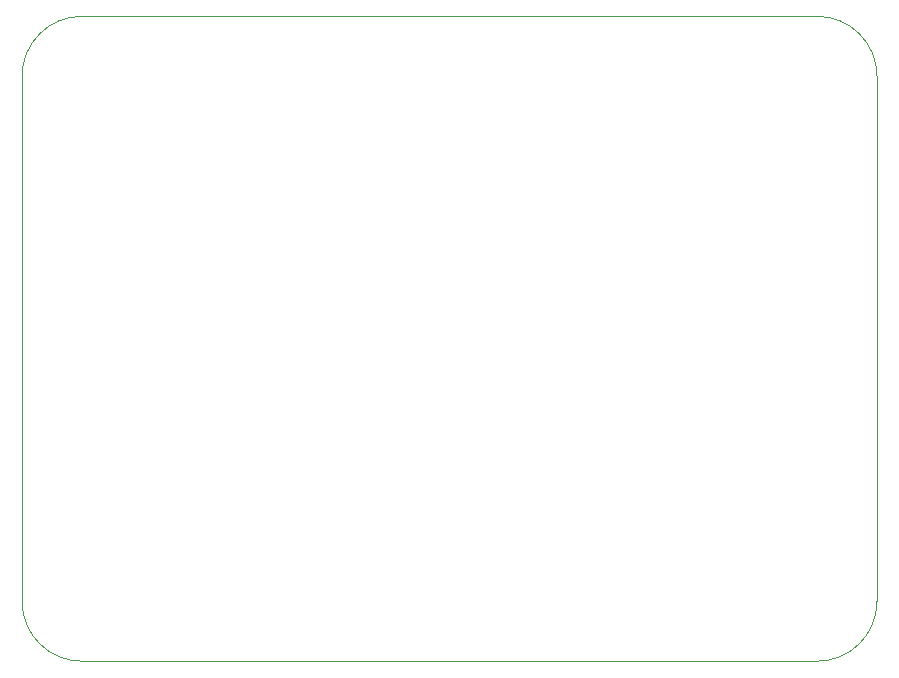
<source format=gbr>
%TF.GenerationSoftware,KiCad,Pcbnew,7.0.10*%
%TF.CreationDate,2024-01-30T03:11:26-09:00*%
%TF.ProjectId,CustomPCB,43757374-6f6d-4504-9342-2e6b69636164,rev?*%
%TF.SameCoordinates,Original*%
%TF.FileFunction,Profile,NP*%
%FSLAX46Y46*%
G04 Gerber Fmt 4.6, Leading zero omitted, Abs format (unit mm)*
G04 Created by KiCad (PCBNEW 7.0.10) date 2024-01-30 03:11:26*
%MOMM*%
%LPD*%
G01*
G04 APERTURE LIST*
%TA.AperFunction,Profile*%
%ADD10C,0.100000*%
%TD*%
G04 APERTURE END LIST*
D10*
X111760000Y-123400000D02*
X173990000Y-123400000D01*
X106680000Y-73870000D02*
X106680000Y-118320000D01*
X173990000Y-68790000D02*
X111760000Y-68790000D01*
X179070000Y-118320000D02*
X179070000Y-73870000D01*
X179070000Y-73870000D02*
G75*
G03*
X173990000Y-68790000I-5080000J0D01*
G01*
X173990000Y-123400000D02*
G75*
G03*
X179070000Y-118320000I0J5080000D01*
G01*
X106680000Y-118320000D02*
G75*
G03*
X111760000Y-123400000I5080000J0D01*
G01*
X111760000Y-68790000D02*
G75*
G03*
X106680000Y-73870000I0J-5080000D01*
G01*
M02*

</source>
